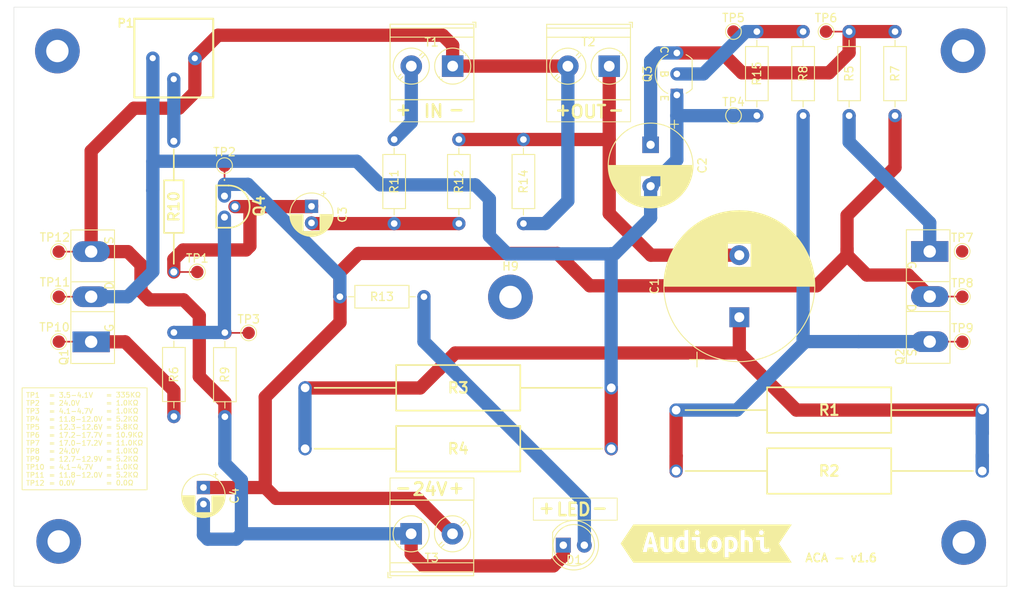
<source format=kicad_pcb>
(kicad_pcb (version 20240108) (generator "pcbnew") (generator_version "8.0")
  (layers (0 "F.Cu" signal) (31 "B.Cu" signal) (34 "B.Paste" user) (35 "F.Paste" user) (36 "B.SilkS" user "B.Silkscreen") (37 "F.SilkS" user "F.Silkscreen") (38 "B.Mask" user) (39 "F.Mask" user) (44 "Edge.Cuts" user))
  (net 0 "")
  (footprint "TestPoint:TestPoint_Pad_D1.5mm" (layer "F.Cu") (at 78.27 98.17)
    (property "Reference" "TP10" (at -0.52 -1.74 0) (layer "F.SilkS"))
    (property "Value" "4.1-4.7V")
    (pad "1" smd circle (at 0 0) (size 1.5 1.5) (layers "F.Cu" "F.Mask"))
  )
  (footprint "Resistor_THT:R_Axial_DIN0207_L6.3mm_D2.5mm_P10.16mm_Horizontal" (layer "F.Cu") (at 173.78 60.7 -90)
    (property "Reference" "R5" (at 5.08 0 90) (layer "F.SilkS"))
    (property "Value" "100 Ω")
    (pad "1" thru_hole circle (at 0 0 270) (size 1.6 1.6) (drill 0.8) (layers "*.Cu" "*.Mask"))
    (pad "2" thru_hole oval (at 10.16 0 270) (size 1.6 1.6) (drill 0.8) (layers "*.Cu" "*.Mask"))
  )
  (footprint "TestPoint:TestPoint_Pad_D1.5mm" (layer "F.Cu") (at 187.44 87.26)
    (property "Reference" "TP7" (at 0 -1.648 0) (layer "F.SilkS"))
    (property "Value" "17.0-17.2V")
    (pad "1" smd circle (at 0 0) (size 1.5 1.5) (layers "F.Cu" "F.Mask"))
  )
  (footprint "kibuzzard-673FAD82" (layer "F.Cu") (at 156.51 122.57)
    (property "Reference" "kibuzzard-673FAD82" (hide yes))
    (property "Value" "G***" (hide yes))
  )
  (footprint "TestPoint:TestPoint_Pad_D1.5mm" (layer "F.Cu") (at 187.46 92.74)
    (property "Reference" "TP8" (at 0 -1.648 0) (layer "F.SilkS"))
    (property "Value" "24V")
    (pad "1" smd circle (at 0 0) (size 1.5 1.5) (layers "F.Cu" "F.Mask"))
  )
  (footprint "TestPoint:TestPoint_Pad_D1.5mm" (layer "F.Cu") (at 101.22 97.11)
    (property "Reference" "TP3" (at 0 -1.648 0) (layer "F.SilkS"))
    (property "Value" "4.1-4.7V")
    (pad "1" smd circle (at 0 0) (size 1.5 1.5) (layers "F.Cu" "F.Mask"))
  )
  (footprint "Samacsys:RESAD3700W85L1500D550" (layer "F.Cu") (at 152.8705 106.44)
    (property "Reference" "R1" (at 18.4995 0 0) (layer "F.SilkS") (effects (font (size 1.27 1.27) (thickness 0.254))))
    (property "Value" "0.47 Ω, 3W, 5%" (hide yes))
    (pad "1" thru_hole circle (at 0 0) (size 1.575 1.575) (drill 1.05) (layers "*.Cu" "*.Mask"))
    (pad "2" thru_hole circle (at 37 0) (size 1.575 1.575) (drill 1.05) (layers "*.Cu" "*.Mask"))
  )
  (footprint "PCM_Package_TO_SOT_THT_AKL:TO-92_Inline_Wide_EBC" (layer "F.Cu") (at 152.96 68.36 90)
    (property "Reference" "Q3" (at 2.54 -3.56 90) (layer "F.SilkS"))
    (property "Value" "ZTX450" (hide yes))
    (fp_text user "E" (at -0.381 -1.524 -90) (layer "F.SilkS") (effects (font (size 0.9 0.9))))
    (fp_text user "B" (at 2.54 -1.524 -90) (layer "F.SilkS") (effects (font (size 0.9 0.9))))
    (fp_text user "C" (at 5.461 -1.524 -90) (layer "F.SilkS") (effects (font (size 0.9 0.9))))
    (pad "1" thru_hole rect (at 0 0 180) (size 1.5 1.5) (drill 0.8) (layers "*.Cu" "*.Mask"))
    (pad "2" thru_hole circle (at 2.54 0 180) (size 1.5 1.5) (drill 0.8) (layers "*.Cu" "*.Mask"))
    (pad "3" thru_hole circle (at 5.08 0 180) (size 1.5 1.5) (drill 0.8) (layers "*.Cu" "*.Mask"))
  )
  (footprint "PCM_Capacitor_THT_AKL:CP_Radial_D18.0mm_P7.50mm" (layer "F.Cu") (at 160.51 95.22 90)
    (property "Reference" "C1" (at 3.75 -10.25 90) (layer "F.SilkS"))
    (property "Value" "3300uF, 50V" (hide yes))
    (pad "1" thru_hole rect (at 0 0 90) (size 2.4 2.4) (drill 1.2) (layers "*.Cu" "*.Mask"))
    (pad "2" thru_hole circle (at 7.5 0 90) (size 2.4 2.4) (drill 1.2) (layers "*.Cu" "*.Mask"))
  )
  (footprint "TestPoint:TestPoint_Pad_D1.5mm" (layer "F.Cu") (at 159.8 60.69)
    (property "Reference" "TP5" (at 0 -1.648 0) (layer "F.SilkS"))
    (property "Value" "12.3-12.6V")
    (pad "1" smd circle (at 0 0) (size 1.5 1.5) (layers "F.Cu" "F.Mask"))
  )
  (footprint "Resistor_THT:R_Axial_DIN0207_L6.3mm_D2.5mm_P10.16mm_Horizontal" (layer "F.Cu") (at 126.62 83.9 90)
    (property "Reference" "R12" (at 5.08 0 90) (layer "F.SilkS"))
    (property "Value" "39.2k Ω")
    (pad "1" thru_hole circle (at 0 0 90) (size 1.6 1.6) (drill 0.8) (layers "*.Cu" "*.Mask"))
    (pad "2" thru_hole oval (at 10.16 0 90) (size 1.6 1.6) (drill 0.8) (layers "*.Cu" "*.Mask"))
  )
  (footprint "Resistor_THT:R_Axial_DIN0207_L6.3mm_D2.5mm_P10.16mm_Horizontal" (layer "F.Cu") (at 112.24 92.74)
    (property "Reference" "R13" (at 5.08 0 0) (layer "F.SilkS"))
    (property "Value" "10k Ω")
    (pad "1" thru_hole circle (at 0 0) (size 1.6 1.6) (drill 0.8) (layers "*.Cu" "*.Mask"))
    (pad "2" thru_hole oval (at 10.16 0) (size 1.6 1.6) (drill 0.8) (layers "*.Cu" "*.Mask"))
  )
  (footprint "Samacsys:RESAD3700W85L1500D550" (layer "F.Cu") (at 108.0405 103.75)
    (property "Reference" "R3" (at 18.4995 0 0) (layer "F.SilkS") (effects (font (size 1.27 1.27) (thickness 0.254))))
    (property "Value" "0.68 Ω, 3W, 5%" (hide yes))
    (pad "1" thru_hole circle (at 0 0) (size 1.575 1.575) (drill 1.05) (layers "*.Cu" "*.Mask"))
    (pad "2" thru_hole circle (at 37 0) (size 1.575 1.575) (drill 1.05) (layers "*.Cu" "*.Mask"))
  )
  (footprint "Resistor_THT:R_Axial_DIN0207_L6.3mm_D2.5mm_P10.16mm_Horizontal" (layer "F.Cu") (at 179.33 70.86 90)
    (property "Reference" "R7" (at 5.08 0 90) (layer "F.SilkS"))
    (property "Value" "10k Ω")
    (pad "1" thru_hole circle (at 0 0 90) (size 1.6 1.6) (drill 0.8) (layers "*.Cu" "*.Mask"))
    (pad "2" thru_hole oval (at 10.16 0 90) (size 1.6 1.6) (drill 0.8) (layers "*.Cu" "*.Mask"))
  )
  (footprint "PCM_Package_TO_SOT_THT_AKL:TO-247-3_Vertical_GDS" (layer "F.Cu") (at 183.52 87.27 -90)
    (property "Reference" "Q2" (at 12.72 3.58 90) (layer "F.SilkS"))
    (property "Value" "IRFP240" (hide yes))
    (fp_text user "G" (at 1.66 2.21 -90) (layer "F.SilkS"))
    (fp_text user "S" (at 12.23 2.21 -90) (layer "F.SilkS"))
    (fp_text user "D" (at 6.81 2.22 -90) (layer "F.SilkS"))
    (pad "1" thru_hole rect (at 0 0 270) (size 2.5 4.5) (drill 1.5) (layers "*.Cu" "*.Mask"))
    (pad "2" thru_hole oval (at 5.45 0 270) (size 2.5 4.5) (drill 1.5) (layers "*.Cu" "*.Mask"))
    (pad "3" thru_hole oval (at 10.9 0 270) (size 2.5 4.5) (drill 1.5) (layers "*.Cu" "*.Mask"))
  )
  (footprint "MountingHole:MountingHole_2.7mm_Pad" (layer "F.Cu") (at 187.55 63.01)
    (property "Reference" "H6" (hide yes))
    (property "Value" "MountingHole_Pad")
    (pad "1" thru_hole circle (at 0 0) (size 5.4 5.4) (drill 2.7) (layers "*.Cu" "*.Mask"))
  )
  (footprint "TestPoint:TestPoint_Pad_D1.5mm" (layer "F.Cu") (at 78.27 92.74)
    (property "Reference" "TP11" (at -0.47 -1.75 0) (layer "F.SilkS"))
    (property "Value" "11.8-12V/5.2KΩ")
    (pad "1" smd circle (at 0 0) (size 1.5 1.5) (layers "F.Cu" "F.Mask"))
  )
  (footprint "Resistor_THT:R_Axial_DIN0207_L6.3mm_D2.5mm_P10.16mm_Horizontal" (layer "F.Cu") (at 118.8 73.74 -90)
    (property "Reference" "R11" (at 5.08 0 90) (layer "F.SilkS"))
    (property "Value" "10k Ω")
    (pad "1" thru_hole circle (at 0 0 270) (size 1.6 1.6) (drill 0.8) (layers "*.Cu" "*.Mask"))
    (pad "2" thru_hole oval (at 10.16 0 270) (size 1.6 1.6) (drill 0.8) (layers "*.Cu" "*.Mask"))
  )
  (footprint "Samacsys:RESAD3700W85L1500D550" (layer "F.Cu") (at 152.8705 113.8)
    (property "Reference" "R2" (at 18.4995 0 0) (layer "F.SilkS") (effects (font (size 1.27 1.27) (thickness 0.254))))
    (property "Value" "0.47 Ω, 3W, 5%" (hide yes))
    (pad "1" thru_hole circle (at 0 0) (size 1.575 1.575) (drill 1.05) (layers "*.Cu" "*.Mask"))
    (pad "2" thru_hole circle (at 37 0) (size 1.575 1.575) (drill 1.05) (layers "*.Cu" "*.Mask"))
  )
  (footprint "Samacsys:2SK170" (layer "F.Cu") (at 98.29 80.58 -90)
    (property "Reference" "Q4" (at 1.2 -4.2 90) (layer "F.SilkS") (effects (font (size 1.27 1.27) (thickness 0.254))))
    (property "Value" "2SK170" (hide yes))
    (pad "1" thru_hole rect (at 0 0 270) (size 1.1 1.1) (drill 0.84) (layers "*.Cu" "*.Mask"))
    (pad "2" thru_hole circle (at 1.27 -1.27 270) (size 1.365 1.365) (drill 0.84) (layers "*.Cu" "*.Mask"))
    (pad "3" thru_hole circle (at 2.54 0 270) (size 1.365 1.365) (drill 0.84) (layers "*.Cu" "*.Mask"))
  )
  (footprint "MountingHole:MountingHole_2.7mm_Pad" (layer "F.Cu") (at 78.1 63.05)
    (property "Reference" "H5" (hide yes))
    (property "Value" "MountingHole_Pad")
    (pad "1" thru_hole circle (at 0 0) (size 5.4 5.4) (drill 2.7) (layers "*.Cu" "*.Mask"))
  )
  (footprint "MountingHole:MountingHole_2.7mm_Pad" (layer "F.Cu") (at 132.85 92.77)
    (property "Reference" "H9" (at 0 -3.7 0) (layer "F.SilkS"))
    (property "Value" "MountingHole_Pad")
    (pad "1" thru_hole circle (at 0 0) (size 5.4 5.4) (drill 2.7) (layers "*.Cu" "*.Mask"))
  )
  (footprint "TestPoint:TestPoint_Pad_D1.5mm" (layer "F.Cu") (at 98.3 76.9)
    (property "Reference" "TP2" (at 0 -1.648 0) (layer "F.SilkS"))
    (property "Value" "24V")
    (pad "1" smd circle (at 0 0) (size 1.5 1.5) (layers "F.Cu" "F.Mask"))
  )
  (footprint "Resistor_THT:R_Axial_DIN0207_L6.3mm_D2.5mm_P10.16mm_Horizontal" (layer "F.Cu") (at 168.22 60.7 -90)
    (property "Reference" "R8" (at 5.08 0 90) (layer "F.SilkS"))
    (property "Value" "1k Ω")
    (pad "1" thru_hole circle (at 0 0 270) (size 1.6 1.6) (drill 0.8) (layers "*.Cu" "*.Mask"))
    (pad "2" thru_hole oval (at 10.16 0 270) (size 1.6 1.6) (drill 0.8) (layers "*.Cu" "*.Mask"))
  )
  (footprint "Capacitor_THT:CP_Radial_D5.0mm_P2.00mm" (layer "F.Cu") (at 108.81 81.82 -90)
    (property "Reference" "C3" (at 1 -3.75 90) (layer "F.SilkS"))
    (property "Value" "10uF, 25V")
    (pad "1" thru_hole rect (at 0 0 270) (size 1.6 1.6) (drill 0.8) (layers "*.Cu" "*.Mask"))
    (pad "2" thru_hole circle (at 2 0 270) (size 1.6 1.6) (drill 0.8) (layers "*.Cu" "*.Mask"))
  )
  (footprint "TerminalBlock_Phoenix:TerminalBlock_Phoenix_PT-1,5-2-5.0-H_1x02_P5.00mm_Horizontal" (layer "F.Cu") (at 120.85 121.39)
    (property "Reference" "T3" (at 2.49 2.9 0) (layer "F.SilkS"))
    (property "Value" "S+24V_IN_L_P5.00mm")
    (pad "1" thru_hole rect (at 0 0) (size 2.6 2.6) (drill 1.3) (layers "*.Cu" "*.Mask"))
    (pad "2" thru_hole circle (at 5 0) (size 2.6 2.6) (drill 1.3) (layers "*.Cu" "*.Mask"))
  )
  (footprint "TestPoint:TestPoint_Pad_D1.5mm" (layer "F.Cu") (at 95.01 89.75)
    (property "Reference" "TP1" (at 0 -1.648 0) (layer "F.SilkS"))
    (property "Value" "3.5-4.1V")
    (pad "1" smd circle (at 0 0) (size 1.5 1.5) (layers "F.Cu" "F.Mask"))
  )
  (footprint "Resistor_THT:R_Axial_DIN0207_L6.3mm_D2.5mm_P10.16mm_Horizontal" (layer "F.Cu") (at 98.34 97.08 -90)
    (property "Reference" "R9" (at 5.08 0 90) (layer "F.SilkS"))
    (property "Value" "1k Ω")
    (pad "1" thru_hole circle (at 0 0 270) (size 1.6 1.6) (drill 0.8) (layers "*.Cu" "*.Mask"))
    (pad "2" thru_hole oval (at 10.16 0 270) (size 1.6 1.6) (drill 0.8) (layers "*.Cu" "*.Mask"))
  )
  (footprint "Capacitor_THT:CP_Radial_D10.0mm_P5.00mm" (layer "F.Cu") (at 149.79 74.38 -90)
    (property "Reference" "C2" (at 2.5 -6.25 90) (layer "F.SilkS"))
    (property "Value" "1000uF, 16V")
    (pad "1" thru_hole rect (at 0 0 270) (size 2 2) (drill 1) (layers "*.Cu" "*.Mask"))
    (pad "2" thru_hole circle (at 5 0 270) (size 2 2) (drill 1) (layers "*.Cu" "*.Mask"))
  )
  (footprint "LED_THT:LED_D5.0mm" (layer "F.Cu") (at 139.24 122.77)
    (property "Reference" "D1" (at 1.32 1.77 0) (layer "F.SilkS"))
    (property "Value" "LED_5mm")
    (pad "1" thru_hole rect (at 0 0) (size 1.8 1.8) (drill 0.9) (layers "*.Cu" "*.Mask"))
    (pad "2" thru_hole circle (at 2.54 0) (size 1.8 1.8) (drill 0.9) (layers "*.Cu" "*.Mask"))
  )
  (footprint "Resistor_THT:R_Axial_DIN0207_L6.3mm_D2.5mm_P10.16mm_Horizontal" (layer "F.Cu") (at 92.18 97.06 -90)
    (property "Reference" "R6" (at 5.08 0 90) (layer "F.SilkS"))
    (property "Value" "100 Ω")
    (pad "1" thru_hole circle (at 0 0 270) (size 1.6 1.6) (drill 0.8) (layers "*.Cu" "*.Mask"))
    (pad "2" thru_hole oval (at 10.16 0 270) (size 1.6 1.6) (drill 0.8) (layers "*.Cu" "*.Mask"))
  )
  (footprint "Samacsys:RESAD1575W64L635D235" (layer "F.Cu") (at 92.17 73.9505 -90)
    (property "Reference" "R10" (at 7.8995 0 90) (layer "F.SilkS") (effects (font (size 1.27 1.27) (thickness 0.254))))
    (property "Value" "332K Ω" (hide yes))
    (pad "1" thru_hole circle (at 0 0 270) (size 1.275 1.275) (drill 0.85) (layers "*.Cu" "*.Mask"))
    (pad "2" thru_hole circle (at 15.8 0 270) (size 1.275 1.275) (drill 0.85) (layers "*.Cu" "*.Mask"))
  )
  (footprint "MountingHole:MountingHole_2.7mm_Pad" (layer "F.Cu") (at 78.26 122.31)
    (property "Reference" "H7" (hide yes))
    (property "Value" "MountingHole_Pad")
    (pad "1" thru_hole circle (at 0 0) (size 5.4 5.4) (drill 2.7) (layers "*.Cu" "*.Mask"))
  )
  (footprint "TerminalBlock_Phoenix:TerminalBlock_Phoenix_PT-1,5-2-5.0-H_1x02_P5.00mm_Horizontal" (layer "F.Cu") (at 144.79 64.88 180)
    (property "Reference" "T2" (at 2.51 2.93 0) (layer "F.SilkS"))
    (property "Value" "OUT_L_P5.00mm")
    (pad "1" thru_hole rect (at 0 0 180) (size 2.6 2.6) (drill 1.3) (layers "*.Cu" "*.Mask"))
    (pad "2" thru_hole circle (at 5 0 180) (size 2.6 2.6) (drill 1.3) (layers "*.Cu" "*.Mask"))
  )
  (footprint "TerminalBlock_Phoenix:TerminalBlock_Phoenix_PT-1,5-2-5.0-H_1x02_P5.00mm_Horizontal" (layer "F.Cu") (at 125.87 64.87 180)
    (property "Reference" "T1" (at 2.55 2.88 0) (layer "F.SilkS"))
    (property "Value" "IN_L_P5.00mm")
    (pad "1" thru_hole rect (at 0 0 180) (size 2.6 2.6) (drill 1.3) (layers "*.Cu" "*.Mask"))
    (pad "2" thru_hole circle (at 5 0 180) (size 2.6 2.6) (drill 1.3) (layers "*.Cu" "*.Mask"))
  )
  (footprint "MountingHole:MountingHole_2.7mm_Pad" (layer "F.Cu") (at 187.63 122.44)
    (property "Reference" "H8" (hide yes))
    (property "Value" "MountingHole_Pad")
    (pad "1" thru_hole circle (at 0 0) (size 5.4 5.4) (drill 2.7) (layers "*.Cu" "*.Mask"))
  )
  (footprint "TestPoint:TestPoint_Pad_D1.5mm" (layer "F.Cu") (at 170.99 60.7)
    (property "Reference" "TP6" (at 0 -1.648 0) (layer "F.SilkS"))
    (property "Value" "17.2-17.7V")
    (pad "1" smd circle (at 0 0) (size 1.5 1.5) (layers "F.Cu" "F.Mask"))
  )
  (footprint "PCM_Package_TO_SOT_THT_AKL:TO-247-3_Vertical_GDS" (layer "F.Cu") (at 82.18 98.19 90)
    (property "Reference" "Q1" (at -1.85 -3.29 90) (layer "F.SilkS"))
    (property "Value" "IRFP240" (hide yes))
    (fp_text user "G" (at 1.67 2.2 90) (layer "F.SilkS"))
    (fp_text user "S" (at 12.27 2.18 90) (layer "F.SilkS"))
    (fp_text user "D" (at 6.78 2.2 90) (layer "F.SilkS"))
    (pad "1" thru_hole rect (at 0 0 90) (size 2.5 4.5) (drill 1.5) (layers "*.Cu" "*.Mask"))
    (pad "2" thru_hole oval (at 5.45 0 90) (size 2.5 4.5) (drill 1.5) (layers "*.Cu" "*.Mask"))
    (pad "3" thru_hole oval (at 10.9 0 90) (size 2.5 4.5) (drill 1.5) (layers "*.Cu" "*.Mask"))
  )
  (footprint "Resistor_THT:R_Axial_DIN0207_L6.3mm_D2.5mm_P10.16mm_Horizontal" (layer "F.Cu") (at 162.63 60.7 -90)
    (property "Reference" "R15" (at 5.08 0 90) (layer "F.SilkS"))
    (property "Value" "2.21k Ω")
    (pad "1" thru_hole circle (at 0 0 270) (size 1.6 1.6) (drill 0.8) (layers "*.Cu" "*.Mask"))
    (pad "2" thru_hole oval (at 10.16 0 270) (size 1.6 1.6) (drill 0.8) (layers "*.Cu" "*.Mask"))
  )
  (footprint "Resistor_THT:R_Axial_DIN0207_L6.3mm_D2.5mm_P10.16mm_Horizontal" (layer "F.Cu") (at 134.42 73.74 -90)
    (property "Reference" "R14" (at 5.08 0 90) (layer "F.SilkS"))
    (property "Value" "1k Ω")
    (pad "1" thru_hole circle (at 0 0 270) (size 1.6 1.6) (drill 0.8) (layers "*.Cu" "*.Mask"))
    (pad "2" thru_hole oval (at 10.16 0 270) (size 1.6 1.6) (drill 0.8) (layers "*.Cu" "*.Mask"))
  )
  (footprint "TestPoint:TestPoint_Pad_D1.5mm" (layer "F.Cu") (at 159.81 70.86)
    (property "Reference" "TP4" (at 0 -1.648 0) (layer "F.SilkS"))
    (property "Value" "11.8-12V")
    (pad "1" smd circle (at 0 0) (size 1.5 1.5) (layers "F.Cu" "F.Mask"))
  )
  (footprint "TestPoint:TestPoint_Pad_D1.5mm" (layer "F.Cu") (at 187.46 98.18)
    (property "Reference" "TP9" (at 0 -1.648 0) (layer "F.SilkS"))
    (property "Value" "12.7-12.9V")
    (pad "1" smd circle (at 0 0) (size 1.5 1.5) (layers "F.Cu" "F.Mask"))
  )
  (footprint "Capacitor_THT:CP_Radial_D5.0mm_P2.00mm" (layer "F.Cu") (at 95.75 115.8 -90)
    (property "Reference" "C4" (at 1 -3.75 90) (layer "F.SilkS"))
    (property "Value" "10uF, 25V")
    (pad "1" thru_hole rect (at 0 0 270) (size 1.6 1.6) (drill 0.8) (layers "*.Cu" "*.Mask"))
    (pad "2" thru_hole circle (at 2 0 270) (size 1.6 1.6) (drill 0.8) (layers "*.Cu" "*.Mask"))
  )
  (footprint "TestPoint:TestPoint_Pad_D1.5mm" (layer "F.Cu") (at 78.26 87.29)
    (property "Reference" "TP12" (at -0.46 -1.72 0) (layer "F.SilkS"))
    (property "Value" "0V/0Ω")
    (pad "1" smd circle (at 0 0) (size 1.5 1.5) (layers "F.Cu" "F.Mask"))
  )
  (footprint "Samacsys:RESAD3700W85L1500D550" (layer "F.Cu") (at 108.0405 111.11)
    (property "Reference" "R4" (at 18.4995 0 0) (layer "F.SilkS") (effects (font (size 1.27 1.27) (thickness 0.254))))
    (property "Value" "0.68 Ω, 3W, 5%" (hide yes))
    (pad "1" thru_hole circle (at 0 0) (size 1.575 1.575) (drill 1.05) (layers "*.Cu" "*.Mask"))
    (pad "2" thru_hole circle (at 37 0) (size 1.575 1.575) (drill 1.05) (layers "*.Cu" "*.Mask"))
  )
  (footprint "Samacsys:3386P_1" (layer "B.Cu") (at 87.39724 59.1265)
    (property "Reference" "VR1" (hide yes))
    (property "Value" "3386P-1-502LF" (hide yes))
    (pad "1" thru_hole circle (at 7.305 4.78) (size 1.25 1.25) (drill 0.75) (layers "*.Cu" "*.Mask"))
    (pad "2" thru_hole circle (at 4.765 7.32) (size 1.25 1.25) (drill 0.75) (layers "*.Cu" "*.Mask"))
    (pad "3" thru_hole circle (at 2.225 4.78) (size 1.25 1.25) (drill 0.75) (layers "*.Cu" "*.Mask"))
  )
  (gr_rect (start 137.23 68.94) (end 147.37 71.6) (stroke (width 0.1)) (fill none) (layer "F.SilkS"))
  (gr_rect (start 118.3 114.64) (end 128.44 117.31) (stroke (width 0.1)) (fill none) (layer "F.SilkS"))
  (gr_rect (start 73.84 103.75) (end 88.94 116.07) (stroke (width 0.1)) (fill none) (layer "F.SilkS"))
  (gr_rect (start 118.31 68.93) (end 128.45 71.6) (stroke (width 0.1)) (fill none) (layer "F.SilkS"))
  (gr_rect (start 87.4 59.15) (end 96.93 68.66) (stroke (width 0.25)) (fill none) (layer "F.SilkS"))
  (gr_rect (start 135.62 117.08) (end 145.76 119.75) (stroke (width 0.1)) (fill none) (layer "F.SilkS"))
  (gr_rect (start 72.85 57.74) (end 192.85 127.74) (stroke (width 0.05)) (fill none) (layer "Edge.Cuts"))
  (gr_text "+    -" (at 136.09 119.12 0) (layer "F.SilkS") (effects (font (size 1.5 1.5) (thickness 0.3) (bold yes)) (justify left bottom)))
  (gr_text "LED" (at 138.25 119.33 0) (layer "F.SilkS") (effects (font (size 1.5 1.5) (thickness 0.3) (bold yes)) (justify left bottom)))
  (gr_text "IN" (at 122.22 71.19 0) (layer "F.SilkS") (effects (font (size 1.5 1.5) (thickness 0.3) (bold yes)) (justify left bottom)))
  (gr_text "P1" (at 85.24 60.27 0) (layer "F.SilkS") (effects (font (size 1 1) (thickness 0.2) (bold yes)) (justify left bottom)))
  (gr_text "TP1\nTP2\nTP3\nTP4\nTP5\nTP6\nTP7\nTP8\nTP9\nTP10\nTP11\nTP12" (at 74.26 115.61 0) (layer "F.SilkS") (effects (font (size 0.6 0.6) (thickness 0.1)) (justify left bottom)))
  (gr_text "OUT" (at 139.93 71.27 0) (layer "F.SilkS") (effects (font (size 1.5 1.5) (thickness 0.3) (bold yes)) (justify left bottom)))
  (gr_text "+    -" (at 138.07 71.01 0) (layer "F.SilkS") (effects (font (size 1.5 1.5) (thickness 0.3) (bold yes)) (justify left bottom)))
  (gr_text "  ACA - v1.6" (at 166.854857 124.88147 0) (layer "F.SilkS") (effects (font (size 1 1) (thickness 0.2) (bold yes)) (justify left bottom)))
  (gr_text "-    +" (at 118.77 116.68 0) (layer "F.SilkS") (effects (font (size 1.5 1.5) (thickness 0.3) (bold yes)) (justify left bottom)))
  (gr_text "+    -" (at 118.78 70.97 0) (layer "F.SilkS") (effects (font (size 1.5 1.5) (thickness 0.3) (bold yes)) (justify left bottom)))
  (gr_text "= 335KΩ\n= 1.0KΩ\n= 1.0KΩ\n= 5.2KΩ\n= 5.8KΩ\n= 10.9KΩ\n= 11.0KΩ\n= 1.0KΩ\n= 5.2KΩ\n= 1.0KΩ\n= 5.2KΩ\n= 0.0Ω" (at 83.91 115.59 0) (layer "F.SilkS") (effects (font (size 0.6 0.6) (thickness 0.1)) (justify left bottom)))
  (gr_text "24V" (at 120.86 116.88 0) (layer "F.SilkS") (effects (font (size 1.5 1.5) (thickness 0.3) (bold yes)) (justify left bottom)))
  (gr_text "= 3.5-4.1V\n= 24.0V\n= 4.1-4.7V\n= 11.8-12.0V\n= 12.3-12.6V\n= 17.2-17.7V\n= 17.0-17.2V\n= 24.0V\n= 12.7-12.9V\n= 4.1-4.7V\n= 11.8-12.0V\n= 0.0V" (at 77.02 115.61 0) (layer "F.SilkS") (effects (font (size 0.6 0.6) (thickness 0.1)) (justify left bottom)))
  (segment (start 112.258 92.758) (end 112.258 95.822) (width 1.6) (layer "F.Cu") (net 0))
  (segment (start 145.03 111.0995) (end 145.0405 111.11) (width 1.6) (layer "F.Cu") (net 0))
  (segment (start 162.62 60.69) (end 162.63 60.7) (width 0.2) (layer "F.Cu") (net 0))
  (segment (start 88.2 92.09) (end 89.23 93.12) (width 1.6) (layer "F.Cu") (net 0))
  (segment (start 126.62 83.9) (end 118.8 83.9) (width 1.6) (layer "F.Cu") (net 0))
  (segment (start 82.18 98.19) (end 86.28 98.19) (width 1.6) (layer "F.Cu") (net 0))
  (segment (start 167.41 106.44) (end 189.8705 106.44) (width 1.6) (layer "F.Cu") (net 0))
  (segment (start 112.258 95.822) (end 103.22 104.86) (width 1.6) (layer "F.Cu") (net 0))
  (segment (start 158.43 63.28) (end 160.83 65.68) (width 1.6) (layer "F.Cu") (net 0))
  (segment (start 173.53 87.73) (end 175.92 90.12) (width 1.6) (layer "F.Cu") (net 0))
  (segment (start 183.52 98.17) (end 187.45 98.17) (width 0.2) (layer "F.Cu") (net 0))
  (segment (start 98.3 80.57) (end 98.29 80.58) (width 0.2) (layer "F.Cu") (net 0))
  (segment (start 103.22 115.8) (end 104.53 117.11) (width 1.6) (layer "F.Cu") (net 0))
  (segment (start 82.18 87.29) (end 86.61 87.29) (width 1.6) (layer "F.Cu") (net 0))
  (segment (start 125.87 64.87) (end 125.87 62.35) (width 1.6) (layer "F.Cu") (net 0))
  (segment (start 180.92 90.12) (end 183.52 92.72) (width 1.6) (layer "F.Cu") (net 0))
  (segment (start 95.25 95.02) (end 95.25 102.392742) (width 1.6) (layer "F.Cu") (net 0))
  (segment (start 101.37 81.92) (end 101.37 86.62) (width 1.6) (layer "F.Cu") (net 0))
  (segment (start 93.3 87.09) (end 92.17 88.22) (width 1.6) (layer "F.Cu") (net 0))
  (segment (start 145.0405 103.75) (end 145.03 103.7605) (width 1.6) (layer "F.Cu") (net 0))
  (segment (start 187.44 92.72) (end 183.52 92.72) (width 0.2) (layer "F.Cu") (net 0))
  (segment (start 152.8705 111.9605) (end 152.8705 113.8) (width 1.6) (layer "F.Cu") (net 0))
  (segment (start 92.1705 89.75) (end 92.17 89.7505) (width 0.2) (layer "F.Cu") (net 0))
  (segment (start 173.53 86.91) (end 173.53 87.73) (width 1.6) (layer "F.Cu") (net 0))
  (segment (start 173.53 87.73) (end 173.53 87.74) (width 1.6) (layer "F.Cu") (net 0))
  (segment (start 126.18 99.54) (end 124.154 101.566) (width 1.6) (layer "F.Cu") (net 0))
  (segment (start 108.89 83.9) (end 108.81 83.82) (width 1.6) (layer "F.Cu") (net 0))
  (segment (start 108.83 81.8) (end 108.78 81.85) (width 1.6) (layer "F.Cu") (net 0))
  (segment (start 95.75 115.8) (end 103.22 115.8) (width 1.6) (layer "F.Cu") (net 0))
  (segment (start 92.17 88.22) (end 92.17 89.7505) (width 1.6) (layer "F.Cu") (net 0))
  (segment (start 104.53 117.11) (end 121.57 117.11) (width 1.6) (layer "F.Cu") (net 0))
  (segment (start 108.78 81.85) (end 99.56 81.85) (width 1.6) (layer "F.Cu") (net 0))
  (segment (start 98.34 105.482742) (end 98.34 107.24) (width 1.6) (layer "F.Cu") (net 0))
  (segment (start 175.92 90.12) (end 180.92 90.12) (width 1.6) (layer "F.Cu") (net 0))
  (segment (start 160.51 99.54) (end 126.18 99.54) (width 1.6) (layer "F.Cu") (net 0))
  (segment (start 98.3 76.9) (end 98.3 80.57) (width 0.2) (layer "F.Cu") (net 0))
  (segment (start 169.85 91.42) (end 142.44 91.42) (width 1.6) (layer "F.Cu") (net 0))
  (segment (start 138.04 125.27) (end 122.32 125.27) (width 1.6) (layer "F.Cu") (net 0))
  (segment (start 160.51 95.22) (end 160.51 99.54) (width 1.6) (layer "F.Cu") (net 0))
  (segment (start 125.87 62.35) (end 124.66 61.14) (width 1.6) (layer "F.Cu") (net 0))
  (segment (start 108.0605 103.77) (end 108.0405 103.75) (width 1.6) (layer "F.Cu") (net 0))
  (segment (start 171.35 65.68) (end 173.78 63.25) (width 1.6) (layer "F.Cu") (net 0))
  (segment (start 152.87 111.96) (end 152.8705 111.9605) (width 1.6) (layer "F.Cu") (net 0))
  (segment (start 121.57 117.11) (end 125.85 121.39) (width 1.6) (layer "F.Cu") (net 0))
  (segment (start 160.51 99.54) (end 167.41 106.44) (width 1.6) (layer "F.Cu") (net 0))
  (segment (start 139.24 124.07) (end 138.04 125.27) (width 1.6) (layer "F.Cu") (net 0))
  (segment (start 125.87 64.87) (end 139.78 64.87) (width 1.6) (layer "F.Cu") (net 0))
  (segment (start 173.78 60.7) (end 179.33 60.7) (width 1.6) (layer "F.Cu") (net 0))
  (segment (start 152.96 63.28) (end 158.43 63.28) (width 1.6) (layer "F.Cu") (net 0))
  (segment (start 145.03 103.7605) (end 145.03 111.0995) (width 1.6) (layer "F.Cu") (net 0))
  (segment (start 118.8 83.9) (end 108.89 83.9) (width 1.6) (layer "F.Cu") (net 0))
  (segment (start 139.78 64.87) (end 139.79 64.88) (width 1.6) (layer "F.Cu") (net 0))
  (segment (start 101.313464 81.863464) (end 101.37 81.92) (width 1.6) (layer "F.Cu") (net 0))
  (segment (start 82.18 75.13) (end 82.18 87.29) (width 1.6) (layer "F.Cu") (net 0))
  (segment (start 149.82 87.72) (end 144.79 82.69) (width 1.6) (layer "F.Cu") (net 0))
  (segment (start 121.93 103.77) (end 108.0605 103.77) (width 1.6) (layer "F.Cu") (net 0))
  (segment (start 92.783 69.96) (end 87.35 69.96) (width 1.6) (layer "F.Cu") (net 0))
  (segment (start 93.35 93.12) (end 95.25 95.02) (width 1.6) (layer "F.Cu") (net 0))
  (segment (start 89.23 93.12) (end 93.35 93.12) (width 1.6) (layer "F.Cu") (net 0))
  (segment (start 173.53 87.74) (end 169.85 91.42) (width 1.6) (layer "F.Cu") (net 0))
  (segment (start 86.28 98.19) (end 92.18 104.09) (width 1.6) (layer "F.Cu") (net 0))
  (segment (start 92.18 104.09) (end 92.18 107.22) (width 1.6) (layer "F.Cu") (net 0))
  (segment (start 160.51 87.72) (end 149.82 87.72) (width 1.6) (layer "F.Cu") (net 0))
  (segment (start 101.22 97.11) (end 98.37 97.11) (width 0.2) (layer "F.Cu") (net 0))
  (segment (start 145.0505 111.12) (end 145.0405 111.11) (width 0.2) (layer "F.Cu") (net 0))
  (segment (start 124.134 101.566) (end 121.93 103.77) (width 1.6) (layer "F.Cu") (net 0))
  (segment (start 101.37 86.62) (end 100.9 87.09) (width 1.6) (layer "F.Cu") (net 0))
  (segment (start 94.71776 63.9315) (end 94.71776 68.02524) (width 1.6) (layer "F.Cu") (net 0))
  (segment (start 87.35 69.96) (end 82.18 75.13) (width 1.6) (layer "F.Cu") (net 0))
  (segment (start 82.16 98.17) (end 82.18 98.19) (width 0.2) (layer "F.Cu") (net 0))
  (segment (start 139.24 122.77) (end 139.24 124.07) (width 1.6) (layer "F.Cu") (net 0))
  (segment (start 173.78 63.25) (end 173.78 60.7) (width 1.6) (layer "F.Cu") (net 0))
  (segment (start 122.32 125.27) (end 120.85 123.8) (width 1.6) (layer "F.Cu") (net 0))
  (segment (start 126.62 73.74) (end 134.42 73.74) (width 1.6) (layer "F.Cu") (net 0))
  (segment (start 160.83 65.68) (end 171.35 65.68) (width 1.6) (layer "F.Cu") (net 0))
  (segment (start 120.85 123.8) (end 120.85 121.39) (width 1.6) (layer "F.Cu") (net 0))
  (segment (start 112.24 92.74) (end 112.258 92.758) (width 1.6) (layer "F.Cu") (net 0))
  (segment (start 95.01 89.75) (end 92.1705 89.75) (width 0.2) (layer "F.Cu") (net 0))
  (segment (start 98.37 97.11) (end 98.34 97.08) (width 1.6) (layer "F.Cu") (net 0))
  (segment (start 179.33 70.86) (end 179.33 77.11) (width 1.6) (layer "F.Cu") (net 0))
  (segment (start 170.99 60.7) (end 173.78 60.7) (width 0.2) (layer "F.Cu") (net 0))
  (segment (start 97.50926 61.14) (end 94.71776 63.9315) (width 1.6) (layer "F.Cu") (net 0))
  (segment (start 142.44 91.42) (end 138.53 87.51) (width 1.6) (layer "F.Cu") (net 0))
  (segment (start 103.22 104.86) (end 103.22 115.8) (width 1.6) (layer "F.Cu") (net 0))
  (segment (start 112.24 89.77) (end 112.24 92.74) (width 1.6) (layer "F.Cu") (net 0))
  (segment (start 124.66 61.14) (end 97.50926 61.14) (width 1.6) (layer "F.Cu") (net 0))
  (segment (start 179.33 77.11) (end 173.53 82.91) (width 1.6) (layer "F.Cu") (net 0))
  (segment (start 78.27 98.17) (end 82.16 98.17) (width 0.2) (layer "F.Cu") (net 0))
  (segment (start 145.0605 103.77) (end 145.0405 103.75) (width 0.2) (layer "F.Cu") (net 0))
  (segment (start 92.1705 73.95) (end 92.17 73.9505) (width 0.2) (layer "F.Cu") (net 0))
  (segment (start 114.5 87.51) (end 112.24 89.77) (width 1.6) (layer "F.Cu") (net 0))
  (segment (start 86.61 87.29) (end 88.2 88.88) (width 1.6) (layer "F.Cu") (net 0))
  (segment (start 152.87 106.44) (end 152.87 111.96) (width 1.6) (layer "F.Cu") (net 0))
  (segment (start 78.26 87.29) (end 82.18 87.29) (width 0.2) (layer "F.Cu") (net 0))
  (segment (start 159.81 70.86) (end 162.63 70.86) (width 0.2) (layer "F.Cu") (net 0))
  (segment (start 144.79 82.69) (end 144.79 64.88) (width 1.6) (layer "F.Cu") (net 0))
  (segment (start 124.154 101.566) (end 124.134 101.566) (width 1.6) (layer "F.Cu") (net 0))
  (segment (start 94.71776 68.02524) (end 92.783 69.96) (width 1.6) (layer "F.Cu") (net 0))
  (segment (start 100.9 87.09) (end 93.3 87.09) (width 1.6) (layer "F.Cu") (net 0))
  (segment (start 78.27 92.74) (end 82.18 92.74) (width 0.2) (layer "F.Cu") (net 0))
  (segment (start 152.87 111.96) (end 152.87 113.8) (width 1.6) (layer "F.Cu") (net 0))
  (segment (start 144.79 73.74) (end 134.42 73.74) (width 1.6) (layer "F.Cu") (net 0))
  (segment (start 168.22 60.7) (end 162.63 60.7) (width 1.6) (layer "F.Cu") (net 0))
  (segment (start 159.8 60.69) (end 162.62 60.69) (width 0.2) (layer "F.Cu") (net 0))
  (segment (start 88.2 88.88) (end 88.2 92.09) (width 1.6) (layer "F.Cu") (net 0))
  (segment (start 173.53 82.91) (end 173.53 87.73) (width 1.6) (layer "F.Cu") (net 0))
  (segment (start 95.25 102.392742) (end 98.34 105.482742) (width 1.6) (layer "F.Cu") (net 0))
  (segment (start 138.53 87.51) (end 114.5 87.51) (width 1.6) (layer "F.Cu") (net 0))
  (segment (start 152.8705 106.44) (end 152.87 106.44) (width 1.6) (layer "F.Cu") (net 0))
  (segment (start 145.0205 87.5705) (end 145.0205 103.73) (width 1.6) (layer "B.Cu") (net 0))
  (segment (start 108.02 111.0895) (end 108.0405 111.11) (width 1.6) (layer "B.Cu") (net 0))
  (segment (start 83.52 92.74) (end 82.18 92.74) (width 1.6) (layer "B.Cu") (net 0))
  (segment (start 183.52 98.17) (end 183.51 98.16) (width 1.6) (layer "B.Cu") (net 0))
  (segment (start 98.29 79.16) (end 98.29 80.58) (width 1.6) (layer "B.Cu") (net 0))
  (segment (start 122.4 98.17) (end 122.4 92.74) (width 1.6) (layer "B.Cu") (net 0))
  (segment (start 92.16224 66.46098) (end 92.17776 66.4765) (width 1.2) (layer "B.Cu") (net 0))
  (segment (start 189.87 111.96) (end 189.8705 111.9605) (width 1.6) (layer "B.Cu") (net 0))
  (segment (start 108.0405 103.75) (end 108.02 103.7705) (width 1.6) (layer "B.Cu") (net 0))
  (segment (start 152.96 76.21) (end 149.79 79.38) (width 1.6) (layer "B.Cu") (net 0))
  (segment (start 189.87 111.96) (end 189.87 113.8) (width 1.6) (layer "B.Cu") (net 0))
  (segment (start 89.64276 63.92702) (end 89.64276 79.90276) (width 1.6) (layer "B.Cu") (net 0))
  (segment (start 141.78 122.77) (end 141.78 117.55) (width 1.6) (layer "B.Cu") (net 0))
  (segment (start 120.85 121.39) (end 100.34 121.39) (width 1.6) (layer "B.Cu") (net 0))
  (segment (start 130.31 85.41) (end 132.46 87.56) (width 1.6) (layer "B.Cu") (net 0))
  (segment (start 137.05 83.9) (end 139.79 81.16) (width 1.6) (layer "B.Cu") (net 0))
  (segment (start 132.46 87.56) (end 145.01 87.56) (width 1.6) (layer "B.Cu") (net 0))
  (segment (start 149.79 83.21) (end 145.44 87.56) (width 1.6) (layer "B.Cu") (net 0))
  (segment (start 98.29 83.12) (end 98.29 97.06) (width 1.6) (layer "B.Cu") (net 0))
  (segment (start 100.34 114.9) (end 98.34 112.9) (width 1.6) (layer "B.Cu") (net 0))
  (segment (start 96.26 122.04) (end 95.75 121.53) (width 1.6) (layer "B.Cu") (net 0))
  (segment (start 152.96 65.82) (end 156.16 65.82) (width 1.6) (layer "B.Cu") (net 0))
  (segment (start 152.8703 106.4397) (end 152.87 106.44) (width 1.6) (layer "B.Cu") (net 0))
  (segment (start 152.96 68.36) (end 152.96 70.86) (width 1.6) (layer "B.Cu") (net 0))
  (segment (start 89.64276 76.37) (end 114.29 76.37) (width 1.6) (layer "B.Cu") (net 0))
  (segment (start 189.8705 109.1995) (end 189.8705 106.44) (width 1.6) (layer "B.Cu") (net 0))
  (segment (start 120.87 71.67) (end 118.8 73.74) (width 1.6) (layer "B.Cu") (net 0))
  (segment (start 108.02 103.7705) (end 108.02 111.0895) (width 1.6) (layer "B.Cu") (net 0))
  (segment (start 152.8703 106.4398) (end 152.8703 106.4397) (width 1.6) (layer "B.Cu") (net 0))
  (segment (start 98.29 97.06) (end 92.18 97.06) (width 1.6) (layer "B.Cu") (net 0))
  (segment (start 152.96 70.86) (end 162.63 70.86) (width 1.6) (layer "B.Cu") (net 0))
  (segment (start 89.64 89.7) (end 86.6 92.74) (width 1.6) (layer "B.Cu") (net 0))
  (segment (start 149.79 79.38) (end 149.79 83.21) (width 1.6) (layer "B.Cu") (net 0))
  (segment (start 117.14 79.22) (end 128.59 79.22) (width 1.6) (layer "B.Cu") (net 0))
  (segment (start 98.34 97.08) (end 98.31 97.08) (width 1.6) (layer "B.Cu") (net 0))
  (segment (start 156.16 65.82) (end 161.28 60.7) (width 1.6) (layer "B.Cu") (net 0))
  (segment (start 168.22 70.86) (end 168.22 98.42) (width 1.6) (layer "B.Cu") (net 0))
  (segment (start 183.52 83.79) (end 173.78 74.05) (width 1.6) (layer "B.Cu") (net 0))
  (segment (start 183.51 98.16) (end 174.93 98.16) (width 1.6) (layer "B.Cu") (net 0))
  (segment (start 189.87 109.2) (end 189.87 111.96) (width 1.6) (layer "B.Cu") (net 0))
  (segment (start 100.34 121.39) (end 99.69 122.04) (width 1.6) (layer "B.Cu") (net 0))
  (segment (start 89.62224 63.9065) (end 89.64276 63.92702) (width 1.6) (layer "B.Cu") (net 0))
  (segment (start 95.75 121.53) (end 95.75 117.8) (width 1.6) (layer "B.Cu") (net 0))
  (segment (start 94.75 63.96874) (end 94.71776 63.9365) (width 1.6) (layer "B.Cu") (net 0))
  (segment (start 89.64276 79.90276) (end 89.64 79.90552) (width 1.6) (layer "B.Cu") (net 0))
  (segment (start 173.78 74.05) (end 173.78 70.86) (width 1.6) (layer "B.Cu") (net 0))
  (segment (start 101.12 79.16) (end 112.24 90.28) (width 1.6) (layer "B.Cu") (net 0))
  (segment (start 149.79 64.26) (end 150.77 63.28) (width 1.6) (layer "B.Cu") (net 0))
  (segment (start 139.79 81.16) (end 139.79 64.88) (width 1.6) (layer "B.Cu") (net 0))
  (segment (start 128.59 79.22) (end 130.31 80.94) (width 1.6) (layer "B.Cu") (net 0))
  (segment (start 86.6 92.74) (end 82.18 92.74) (width 1.6) (layer "B.Cu") (net 0))
  (segment (start 189.8705 111.9605) (end 189.8705 113.8) (width 1.6) (layer "B.Cu") (net 0))
  (segment (start 152.8705 106.44) (end 152.8703 106.4398) (width 1.6) (layer "B.Cu") (net 0))
  (segment (start 145.44 87.56) (end 145.01 87.56) (width 1.6) (layer "B.Cu") (net 0))
  (segment (start 134.42 83.9) (end 137.05 83.9) (width 1.6) (layer "B.Cu") (net 0))
  (segment (start 168.22 98.42) (end 168.48 98.16) (width 1.6) (layer "B.Cu") (net 0))
  (segment (start 145.0205 103.73) (end 145.0405 103.75) (width 1.6) (layer "B.Cu") (net 0))
  (segment (start 120.87 64.87) (end 120.87 71.67) (width 1.6) (layer "B.Cu") (net 0))
  (segment (start 98.29 79.16) (end 101.12 79.16) (width 1.6) (layer "B.Cu") (net 0))
  (segment (start 152.96 70.86) (end 152.96 76.21) (width 1.6) (layer "B.Cu") (net 0))
  (segment (start 189.87 109.2) (end 189.8705 109.1995) (width 1.6) (layer "B.Cu") (net 0))
  (segment (start 92.17 66.45426) (end 92.16224 66.4465) (width 1.6) (layer "B.Cu") (net 0))
  (segment (start 98.34 112.9) (end 98.34 107.24) (width 1.6) (layer "B.Cu") (net 0))
  (segment (start 92.16224 66.4465) (end 92.16224 66.46098) (width 1.2) (layer "B.Cu") (net 0))
  (segment (start 89.64 79.90552) (end 89.64 89.7) (width 1.6) (layer "B.Cu") (net 0))
  (segment (start 100.34 121.39) (end 100.34 114.9) (width 1.6) (layer "B.Cu") (net 0))
  (segment (start 160.2003 106.4397) (end 152.8703 106.4397) (width 1.6) (layer "B.Cu") (net 0))
  (segment (start 92.17 73.9505) (end 92.17 66.45426) (width 1.6) (layer "B.Cu") (net 0))
  (segment (start 98.31 97.08) (end 98.29 97.06) (width 1.6) (layer "B.Cu") (net 0))
  (segment (start 94.71776 63.9365) (end 94.7115 63.9365) (width 1.6) (layer "B.Cu") (net 0))
  (segment (start 168.48 98.16) (end 160.2003 106.4397) (width 1.6) (layer "B.Cu") (net 0))
  (segment (start 141.78 117.55) (end 122.4 98.17) (width 1.6) (layer "B.Cu") (net 0))
  (segment (start 150.77 63.28) (end 152.96 63.28) (width 1.6) (layer "B.Cu") (net 0))
  (segment (start 130.31 80.94) (end 130.31 85.41) (width 1.6) (layer "B.Cu") (net 0))
  (segment (start 89.64276 79.90276) (end 89.64276 76.37) (width 1.6) (layer "B.Cu") (net 0))
  (segment (start 149.79 74.38) (end 149.79 64.26) (width 1.6) (layer "B.Cu") (net 0))
  (segment (start 145.01 87.56) (end 145.0205 87.5705) (width 1.6) (layer "B.Cu") (net 0))
  (segment (start 183.52 87.27) (end 183.52 83.79) (width 1.6) (layer "B.Cu") (net 0))
  (segment (start 112.24 90.28) (end 112.24 92.74) (width 1.6) (layer "B.Cu") (net 0))
  (segment (start 114.29 76.37) (end 117.14 79.22) (width 1.6) (layer "B.Cu") (net 0))
  (segment (start 161.28 60.7) (end 162.63 60.7) (width 1.6) (layer "B.Cu") (net 0))
  (segment (start 99.69 122.04) (end 96.26 122.04) (width 1.6) (layer "B.Cu") (net 0))
  (segment (start 174.93 98.16) (end 168.48 98.16) (width 1.6) (layer "B.Cu") (net 0))
  (segment (start 189.87 106.44) (end 189.87 109.2) (width 1.6) (layer "B.Cu") (net 0))
)
</source>
